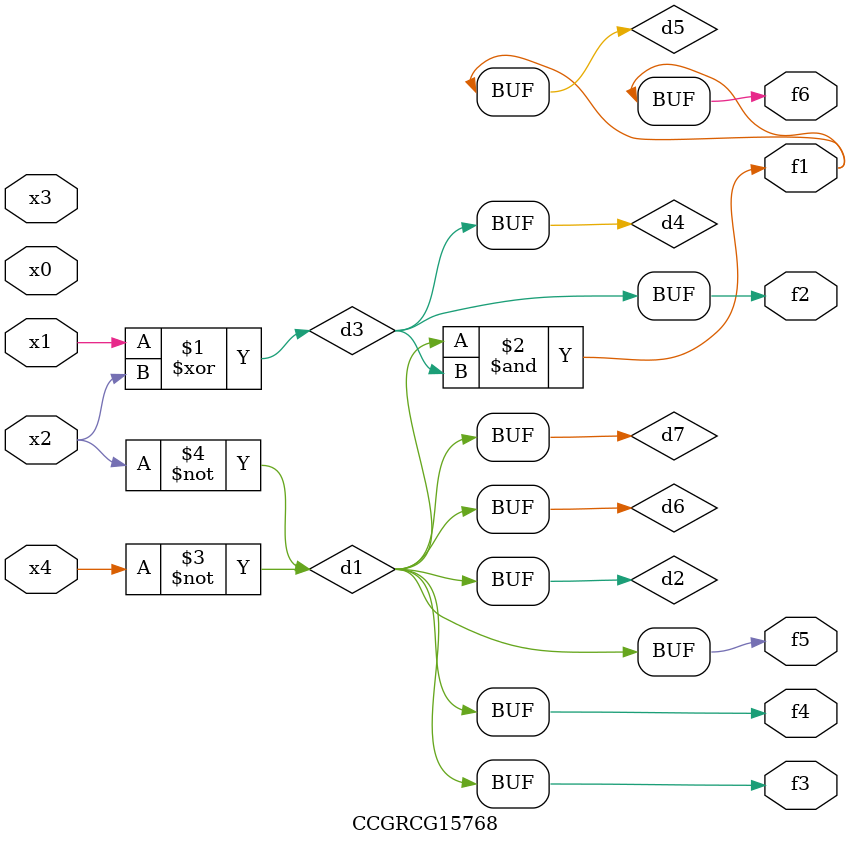
<source format=v>
module CCGRCG15768(
	input x0, x1, x2, x3, x4,
	output f1, f2, f3, f4, f5, f6
);

	wire d1, d2, d3, d4, d5, d6, d7;

	not (d1, x4);
	not (d2, x2);
	xor (d3, x1, x2);
	buf (d4, d3);
	and (d5, d1, d3);
	buf (d6, d1, d2);
	buf (d7, d2);
	assign f1 = d5;
	assign f2 = d4;
	assign f3 = d7;
	assign f4 = d7;
	assign f5 = d7;
	assign f6 = d5;
endmodule

</source>
